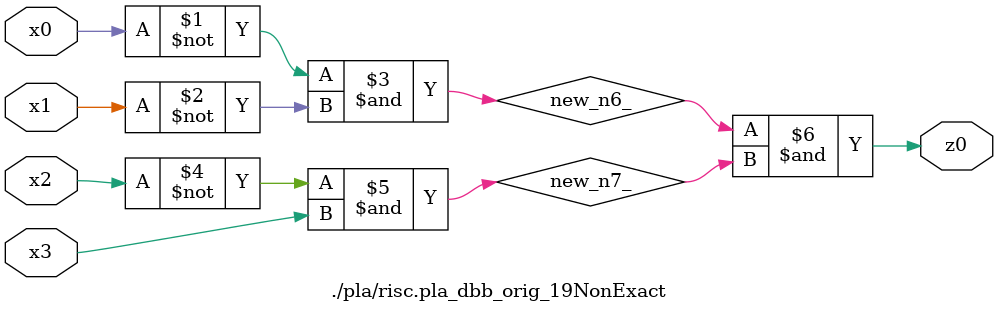
<source format=v>

module \./pla/risc.pla_dbb_orig_19NonExact  ( 
    x0, x1, x2, x3,
    z0  );
  input  x0, x1, x2, x3;
  output z0;
  wire new_n6_, new_n7_;
  assign new_n6_ = ~x0 & ~x1;
  assign new_n7_ = ~x2 & x3;
  assign z0 = new_n6_ & new_n7_;
endmodule



</source>
